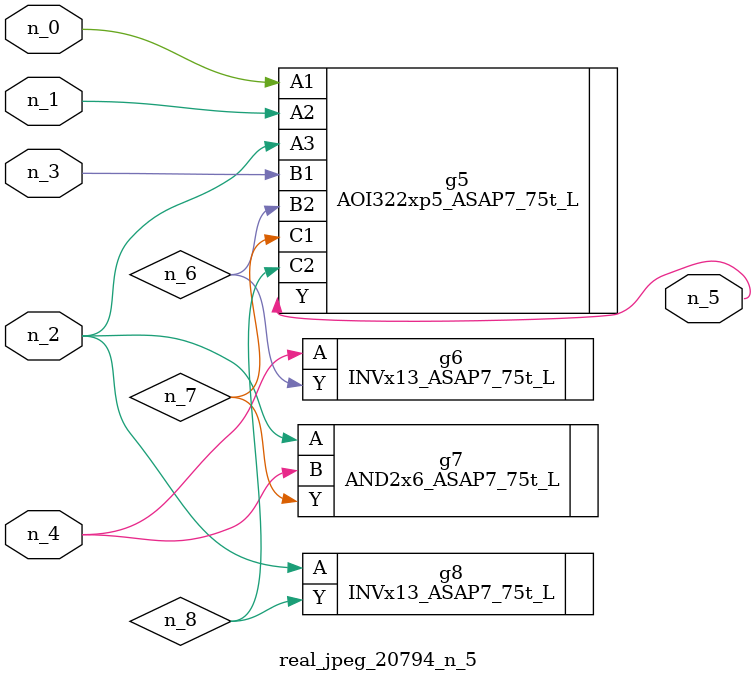
<source format=v>
module real_jpeg_20794_n_5 (n_4, n_0, n_1, n_2, n_3, n_5);

input n_4;
input n_0;
input n_1;
input n_2;
input n_3;

output n_5;

wire n_8;
wire n_6;
wire n_7;

AOI322xp5_ASAP7_75t_L g5 ( 
.A1(n_0),
.A2(n_1),
.A3(n_2),
.B1(n_3),
.B2(n_6),
.C1(n_7),
.C2(n_8),
.Y(n_5)
);

AND2x6_ASAP7_75t_L g7 ( 
.A(n_2),
.B(n_4),
.Y(n_7)
);

INVx13_ASAP7_75t_L g8 ( 
.A(n_2),
.Y(n_8)
);

INVx13_ASAP7_75t_L g6 ( 
.A(n_4),
.Y(n_6)
);


endmodule
</source>
